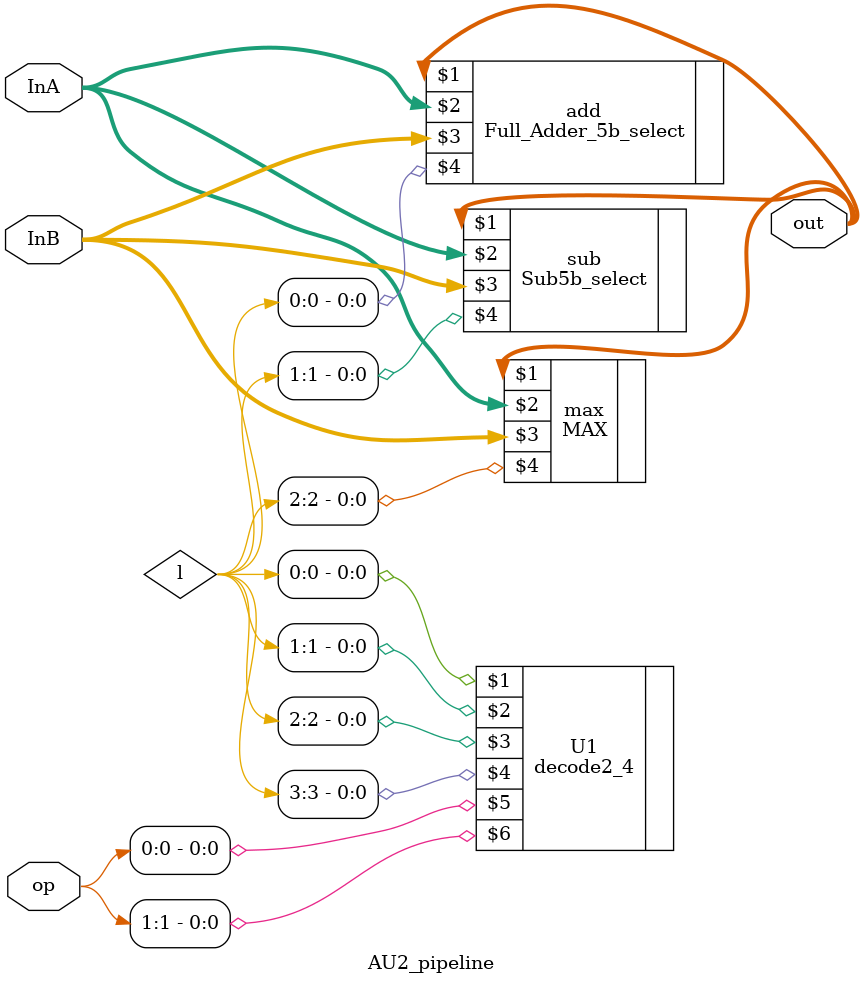
<source format=v>
module AU2_pipeline(out, InA, InB, op);
	output [4:0] out;
	input [4:0] InA, InB;
	input [1:0] op;
	wire [3:0] l;

	decode2_4 U1 (l[0], l[1], l[2], l[3], op[0], op[1]);

	Full_Adder_5b_select add(out, InA, InB, l[0]);
	Sub5b_select sub(out, InA, InB, l[1]);
	MAX max(out, InA, InB, l[2]);
endmodule


</source>
